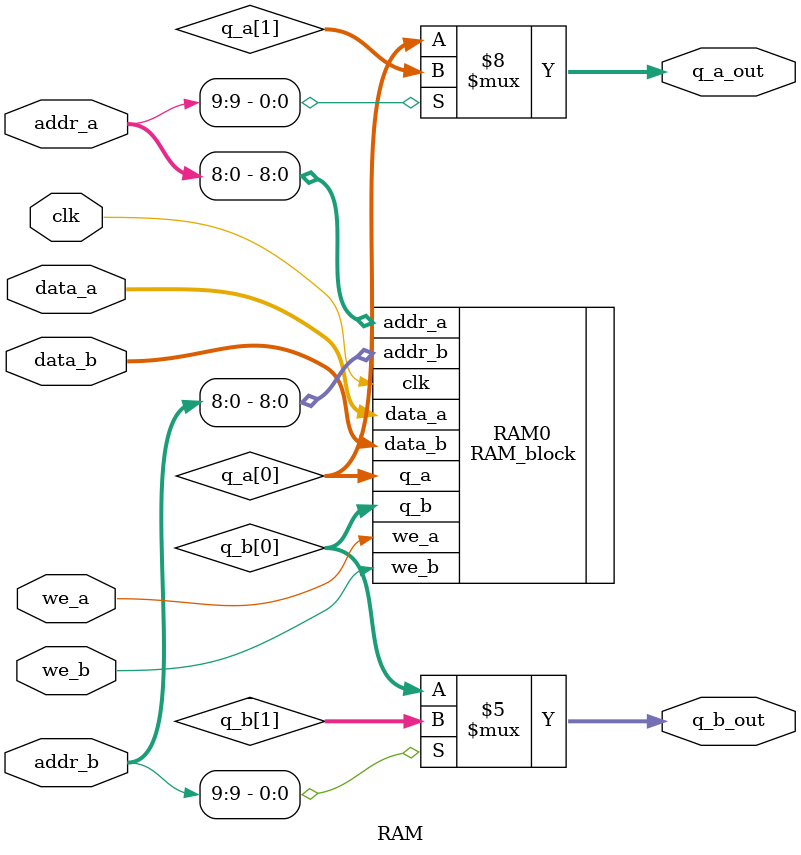
<source format=v>
module RAM 
#(parameter DATA_WIDTH=16, parameter ADDR_WIDTH=10)
(
	input [(DATA_WIDTH-1):0] data_a, data_b,
	input [(ADDR_WIDTH-1):0] addr_a, addr_b,
	input we_a, we_b, clk,
	output reg [(DATA_WIDTH-1):0] q_a_out, q_b_out
);
	wire [(DATA_WIDTH-1):0] q_a [1:0], q_b [1:0];
	RAM_block #(.FILENAME("C:/Users/alexm/OneDrive/Documents/school/Semesters/14. Fall 21/ECE 3710/ECE3710Group/RAM/RamInit002.txt")) RAM0 (
		.data_a(data_a),
		.data_b(data_b),
		.addr_a(addr_a[ADDR_WIDTH-2:0]),
		.addr_b(addr_b[ADDR_WIDTH-2:0]),
		.we_a(we_a),
		.we_b(we_b),
		.clk(clk),
		.q_a(q_a[0]),
		.q_b(q_b[0])
	);
	
//	RAM_block #(.FILENAME("C:/Users/Dawson Mildon/School/Fall_Semester_2021/ECE3710/RAM/RamInit001.txt")) RAM1 (
//		.data_a(data_a),
//		.data_b(data_b),
//		.addr_a(addr_a[ADDR_WIDTH-2:0]),
//		.addr_b(addr_b[ADDR_WIDTH-2:0]),
//		.we_a(we_a),
//		.we_b(we_b),
//		.clk(clk),
//		.q_a(q_a[1]),
//		.q_b(q_b[1])
//	);
	
	always @(*) begin
		if (addr_a[9] == 0)
			q_a_out = q_a[0];
		else
			q_a_out = q_a[1];
		
		
		if (addr_b[9] == 0)
			q_b_out = q_b[0];
		else
			q_b_out = q_b[1];
	end
endmodule

</source>
